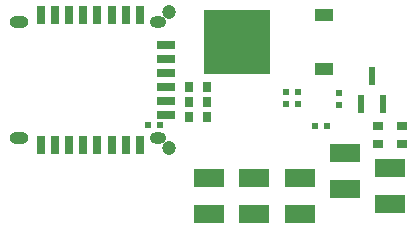
<source format=gbp>
G04 Layer_Color=128*
%FSLAX25Y25*%
%MOIN*%
G70*
G01*
G75*
%ADD12R,0.02756X0.03543*%
%ADD13R,0.01968X0.02362*%
%ADD14R,0.03543X0.02756*%
%ADD15R,0.02362X0.01968*%
%ADD35R,0.10236X0.05905*%
%ADD36R,0.06299X0.03937*%
%ADD37R,0.22441X0.21654*%
%ADD38C,0.04724*%
%ADD39R,0.03150X0.05905*%
%ADD40R,0.05905X0.03150*%
%ADD41O,0.06299X0.03937*%
%ADD42O,0.05512X0.03937*%
%ADD43R,0.02362X0.05905*%
D12*
X557047Y61000D02*
D03*
X562953D02*
D03*
X557047Y71000D02*
D03*
X562953D02*
D03*
X557047Y66000D02*
D03*
X562953D02*
D03*
D13*
X607000Y65031D02*
D03*
Y68968D02*
D03*
D14*
X620000Y57953D02*
D03*
Y52047D02*
D03*
X628000Y57953D02*
D03*
Y52047D02*
D03*
D15*
X547386Y58268D02*
D03*
X543449D02*
D03*
X589378Y65331D02*
D03*
X593315D02*
D03*
X589378Y69268D02*
D03*
X593315D02*
D03*
X599031Y58000D02*
D03*
X602968D02*
D03*
D35*
X594087Y40591D02*
D03*
Y28780D02*
D03*
X563772Y40591D02*
D03*
Y28780D02*
D03*
X578732Y40591D02*
D03*
Y28780D02*
D03*
X624000Y43906D02*
D03*
Y32094D02*
D03*
X609000Y48906D02*
D03*
Y37094D02*
D03*
D36*
X602134Y77004D02*
D03*
Y94996D02*
D03*
D37*
X573000Y86000D02*
D03*
D38*
X550465Y95984D02*
D03*
Y50709D02*
D03*
D39*
X540622Y51693D02*
D03*
X535898D02*
D03*
X531173D02*
D03*
X526449D02*
D03*
X521724D02*
D03*
X517000D02*
D03*
X512276D02*
D03*
X507551D02*
D03*
Y95000D02*
D03*
X512276D02*
D03*
X517000D02*
D03*
X521724D02*
D03*
X526449D02*
D03*
X531173D02*
D03*
X535898D02*
D03*
X540622D02*
D03*
D40*
X549480Y61535D02*
D03*
Y66260D02*
D03*
Y70984D02*
D03*
Y75709D02*
D03*
Y80433D02*
D03*
Y85157D02*
D03*
D41*
X500465Y53858D02*
D03*
Y92835D02*
D03*
D42*
X546528Y53858D02*
D03*
Y92835D02*
D03*
D43*
X618000Y74528D02*
D03*
X621740Y65472D02*
D03*
X614260D02*
D03*
M02*

</source>
